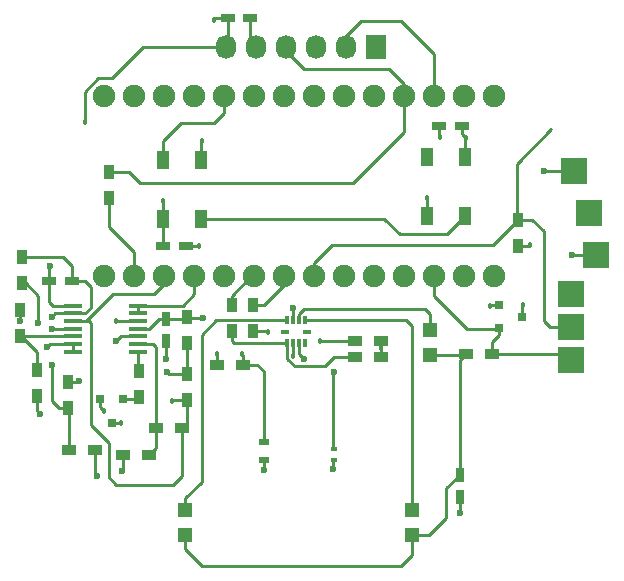
<source format=gbr>
G04 #@! TF.FileFunction,Copper,L1,Top,Signal*
%FSLAX46Y46*%
G04 Gerber Fmt 4.6, Leading zero omitted, Abs format (unit mm)*
G04 Created by KiCad (PCBNEW 4.0.2-stable) date 7/7/2016 4:53:18 PM*
%MOMM*%
G01*
G04 APERTURE LIST*
%ADD10C,0.100000*%
%ADD11C,1.900000*%
%ADD12R,0.750000X1.200000*%
%ADD13R,1.200000X0.750000*%
%ADD14R,1.200000X0.900000*%
%ADD15R,0.600000X0.400000*%
%ADD16R,0.900000X1.200000*%
%ADD17R,0.300000X0.800000*%
%ADD18R,0.800000X0.300000*%
%ADD19R,1.500000X0.300000*%
%ADD20R,1.198880X1.198880*%
%ADD21R,2.235200X2.235200*%
%ADD22R,0.900000X0.500000*%
%ADD23R,1.727200X2.032000*%
%ADD24O,1.727200X2.032000*%
%ADD25R,0.800100X0.800100*%
%ADD26R,1.000000X1.600000*%
%ADD27C,0.457200*%
%ADD28C,0.600000*%
%ADD29C,0.254000*%
%ADD30C,0.250000*%
G04 APERTURE END LIST*
D10*
D11*
X162560000Y-76200000D03*
X160020000Y-76200000D03*
X157480000Y-76200000D03*
X154940000Y-76200000D03*
X152400000Y-76200000D03*
X149860000Y-76200000D03*
X147320000Y-76200000D03*
X144780000Y-76200000D03*
X142240000Y-76200000D03*
X139700000Y-76200000D03*
X137160000Y-76200000D03*
X134620000Y-76200000D03*
X132080000Y-76200000D03*
X132080000Y-91440000D03*
X134620000Y-91440000D03*
X137160000Y-91440000D03*
X139700000Y-91440000D03*
X142240000Y-91440000D03*
X144780000Y-91440000D03*
X147320000Y-91440000D03*
X149860000Y-91440000D03*
X152400000Y-91440000D03*
X154940000Y-91440000D03*
X157480000Y-91440000D03*
X160020000Y-91440000D03*
X162560000Y-91440000D03*
X165100000Y-91440000D03*
X165100000Y-76200000D03*
D12*
X137287000Y-95062000D03*
X137287000Y-96962000D03*
D13*
X127447000Y-91821000D03*
X129347000Y-91821000D03*
D12*
X162179000Y-110170000D03*
X162179000Y-108270000D03*
D14*
X141648000Y-98933000D03*
X143848000Y-98933000D03*
X138641000Y-104267000D03*
X136441000Y-104267000D03*
X135847000Y-106553000D03*
X133647000Y-106553000D03*
D15*
X151511000Y-106103000D03*
X151511000Y-107003000D03*
D16*
X139065000Y-101938000D03*
X139065000Y-99738000D03*
X139065000Y-94912000D03*
X139065000Y-97112000D03*
X135001000Y-101684000D03*
X135001000Y-99484000D03*
X124968000Y-94277000D03*
X124968000Y-96477000D03*
X126365000Y-99357000D03*
X126365000Y-101557000D03*
X125095000Y-92032000D03*
X125095000Y-89832000D03*
X129032000Y-102573000D03*
X129032000Y-100373000D03*
D14*
X131275000Y-106172000D03*
X129075000Y-106172000D03*
X164930000Y-98044000D03*
X162730000Y-98044000D03*
D17*
X148086000Y-95189000D03*
X147586000Y-95189000D03*
X147586000Y-97089000D03*
X148586000Y-97089000D03*
X149086000Y-95189000D03*
X148586000Y-95189000D03*
X148086000Y-97089000D03*
X149086000Y-97089000D03*
D18*
X147386000Y-96139000D03*
X149286000Y-96139000D03*
D19*
X129457000Y-95885000D03*
X129457000Y-96535000D03*
X129457000Y-97185000D03*
X129457000Y-97835000D03*
X129457000Y-95235000D03*
X129457000Y-94585000D03*
X129457000Y-93935000D03*
X134957000Y-95885000D03*
X134957000Y-95235000D03*
X134957000Y-94585000D03*
X134957000Y-93935000D03*
X134957000Y-96535000D03*
X134957000Y-97185000D03*
X134957000Y-97835000D03*
D20*
X138938000Y-113317020D03*
X138938000Y-111218980D03*
X159639000Y-98077020D03*
X159639000Y-95978980D03*
X158115000Y-113317020D03*
X158115000Y-111218980D03*
D21*
X171831000Y-82550000D03*
X173101000Y-86106000D03*
X173736000Y-89662000D03*
X171577000Y-95758000D03*
D22*
X145605500Y-105485500D03*
X145605500Y-106985500D03*
D13*
X142560000Y-69596000D03*
X144460000Y-69596000D03*
D23*
X155067000Y-72009000D03*
D24*
X152527000Y-72009000D03*
X149987000Y-72009000D03*
X147447000Y-72009000D03*
X144907000Y-72009000D03*
X142367000Y-72009000D03*
D21*
X171577000Y-98552000D03*
X171577000Y-92964000D03*
D16*
X142875000Y-96096000D03*
X142875000Y-93896000D03*
X144653000Y-96096000D03*
X144653000Y-93896000D03*
D14*
X153332000Y-98298000D03*
X155532000Y-98298000D03*
X153332000Y-96901000D03*
X155532000Y-96901000D03*
D16*
X132461000Y-82593000D03*
X132461000Y-84793000D03*
X167132000Y-88857000D03*
X167132000Y-86657000D03*
D25*
X165496240Y-93919000D03*
X165496240Y-95819000D03*
X167495220Y-94869000D03*
D13*
X137099000Y-88900000D03*
X138999000Y-88900000D03*
X162367000Y-78740000D03*
X160467000Y-78740000D03*
D26*
X140284000Y-81574000D03*
X137084000Y-81574000D03*
X140284000Y-86574000D03*
X137084000Y-86574000D03*
X159436000Y-86320000D03*
X162636000Y-86320000D03*
X159436000Y-81320000D03*
X162636000Y-81320000D03*
D25*
X133665000Y-101869240D03*
X131765000Y-101869240D03*
X132715000Y-103868220D03*
D27*
X133477000Y-103886000D03*
X167513000Y-93853000D03*
X130429000Y-78359000D03*
X141605000Y-98044000D03*
X162687000Y-79756000D03*
X141351000Y-69723000D03*
X137033000Y-85090000D03*
D28*
X124968000Y-95250000D03*
X169291000Y-82550000D03*
X140462000Y-94996000D03*
D27*
X164719000Y-93980000D03*
X160528000Y-79629000D03*
X140081000Y-88900000D03*
X168148000Y-88773000D03*
X159385000Y-84836000D03*
X140335000Y-80010000D03*
D28*
X145605500Y-107886500D03*
X162179000Y-111506000D03*
X148082000Y-94107000D03*
X151447500Y-107759500D03*
X171704000Y-89662000D03*
X137287000Y-98425000D03*
X133604000Y-107950000D03*
X126619000Y-103124000D03*
X127635000Y-95885000D03*
X129921000Y-100330000D03*
X131445000Y-108331000D03*
X127635000Y-94869000D03*
D27*
X137795000Y-101981000D03*
X132080000Y-102870000D03*
X143764000Y-98044000D03*
X133096000Y-95250000D03*
D28*
X151511000Y-99568000D03*
X137414000Y-99568000D03*
X133096000Y-96901000D03*
X126492000Y-95377000D03*
X127254000Y-97409000D03*
X148971000Y-98425000D03*
D27*
X155532000Y-97536000D03*
D28*
X127508000Y-90551000D03*
X127635000Y-98933000D03*
D27*
X150368000Y-96901000D03*
X148082000Y-98171000D03*
X145923000Y-96139000D03*
D29*
X132715000Y-103868220D02*
X133459220Y-103868220D01*
X133459220Y-103868220D02*
X133477000Y-103886000D01*
X167495220Y-94869000D02*
X167495220Y-93870780D01*
X167495220Y-93870780D02*
X167513000Y-93853000D01*
X140335000Y-72009000D02*
X135382000Y-72009000D01*
X135382000Y-72009000D02*
X132715000Y-74676000D01*
X132715000Y-74676000D02*
X131572000Y-74676000D01*
X131572000Y-74676000D02*
X130429000Y-75819000D01*
X130429000Y-75819000D02*
X130429000Y-78359000D01*
X142367000Y-72009000D02*
X140335000Y-72009000D01*
X141648000Y-98933000D02*
X141648000Y-98087000D01*
X141648000Y-98087000D02*
X141605000Y-98044000D01*
X162367000Y-78740000D02*
X162367000Y-79436000D01*
X162636000Y-79807000D02*
X162687000Y-79756000D01*
X162636000Y-79807000D02*
X162636000Y-81320000D01*
X162367000Y-79436000D02*
X162687000Y-79756000D01*
X137099000Y-88900000D02*
X137099000Y-86589000D01*
X137099000Y-86589000D02*
X137084000Y-86574000D01*
X142560000Y-69596000D02*
X141478000Y-69596000D01*
X141478000Y-69596000D02*
X141351000Y-69723000D01*
X137084000Y-86574000D02*
X137084000Y-85141000D01*
X137084000Y-85141000D02*
X137033000Y-85090000D01*
X142560000Y-69596000D02*
X142560000Y-71816000D01*
X142560000Y-71816000D02*
X142367000Y-72009000D01*
X134957000Y-95885000D02*
X135890000Y-95885000D01*
X136713000Y-95062000D02*
X137287000Y-95062000D01*
X135890000Y-95885000D02*
X136713000Y-95062000D01*
D30*
X124968000Y-94277000D02*
X124968000Y-95250000D01*
X171831000Y-82550000D02*
X169291000Y-82550000D01*
X137287000Y-95062000D02*
X138915000Y-95062000D01*
X138915000Y-95062000D02*
X138981000Y-94996000D01*
X138981000Y-94996000D02*
X140462000Y-94996000D01*
D29*
X165496240Y-93919000D02*
X164780000Y-93919000D01*
X164780000Y-93919000D02*
X164719000Y-93980000D01*
X160467000Y-78740000D02*
X160467000Y-79568000D01*
X160467000Y-79568000D02*
X160528000Y-79629000D01*
X138999000Y-88900000D02*
X140081000Y-88900000D01*
X167132000Y-88857000D02*
X168064000Y-88857000D01*
X168064000Y-88857000D02*
X168148000Y-88773000D01*
X159436000Y-86320000D02*
X159436000Y-84887000D01*
X159436000Y-84887000D02*
X159385000Y-84836000D01*
X140284000Y-81574000D02*
X140284000Y-80061000D01*
X140284000Y-80061000D02*
X140335000Y-80010000D01*
X144460000Y-69596000D02*
X144460000Y-71562000D01*
X144460000Y-71562000D02*
X144907000Y-72009000D01*
D30*
X145605500Y-107066500D02*
X145605500Y-107886500D01*
X162179000Y-110170000D02*
X162179000Y-111506000D01*
X148086000Y-95189000D02*
X148086000Y-94111000D01*
X148086000Y-94111000D02*
X148082000Y-94107000D01*
X151447500Y-106939500D02*
X151447500Y-107759500D01*
X173863000Y-89662000D02*
X171704000Y-89662000D01*
X137287000Y-96962000D02*
X137287000Y-98425000D01*
X133647000Y-106553000D02*
X133647000Y-107907000D01*
X133647000Y-107907000D02*
X133604000Y-107950000D01*
X126365000Y-101557000D02*
X126365000Y-102870000D01*
X126365000Y-102870000D02*
X126619000Y-103124000D01*
X129457000Y-95885000D02*
X127635000Y-95885000D01*
D29*
X132461000Y-84793000D02*
X132461000Y-87249000D01*
X134620000Y-89408000D02*
X134620000Y-91440000D01*
X132461000Y-87249000D02*
X134620000Y-89408000D01*
D30*
X129032000Y-100373000D02*
X129878000Y-100373000D01*
X129878000Y-100373000D02*
X129921000Y-100330000D01*
X129457000Y-94585000D02*
X127919000Y-94585000D01*
X131275000Y-108161000D02*
X131275000Y-106172000D01*
X131445000Y-108331000D02*
X131275000Y-108161000D01*
X127919000Y-94585000D02*
X127635000Y-94869000D01*
X130937000Y-92456000D02*
X130937000Y-92329000D01*
X130459000Y-94585000D02*
X130937000Y-94107000D01*
X130937000Y-94107000D02*
X130937000Y-92456000D01*
X129457000Y-94585000D02*
X130459000Y-94585000D01*
X130429000Y-91821000D02*
X129347000Y-91821000D01*
X130937000Y-92329000D02*
X130429000Y-91821000D01*
X125095000Y-89832000D02*
X128567000Y-89832000D01*
X129347000Y-90612000D02*
X129347000Y-91821000D01*
X128567000Y-89832000D02*
X129347000Y-90612000D01*
X162179000Y-108270000D02*
X162179000Y-98595000D01*
X162179000Y-98595000D02*
X162730000Y-98044000D01*
X158115000Y-113317020D02*
X159605980Y-113317020D01*
X161036000Y-109413000D02*
X162179000Y-108270000D01*
X161036000Y-111887000D02*
X161036000Y-109413000D01*
X159605980Y-113317020D02*
X161036000Y-111887000D01*
X138938000Y-113317020D02*
X138938000Y-114554000D01*
X158115000Y-115062000D02*
X158115000Y-113317020D01*
X157226000Y-115951000D02*
X158115000Y-115062000D01*
X140335000Y-115951000D02*
X157226000Y-115951000D01*
X138938000Y-114554000D02*
X140335000Y-115951000D01*
X159639000Y-98077020D02*
X162696980Y-98077020D01*
X162696980Y-98077020D02*
X162730000Y-98044000D01*
D29*
X140335000Y-97155000D02*
X140335000Y-96393000D01*
D30*
X138938000Y-110236000D02*
X140335000Y-108839000D01*
X140335000Y-108839000D02*
X140335000Y-97155000D01*
X138938000Y-111218980D02*
X138938000Y-110236000D01*
D29*
X141539000Y-95189000D02*
X147586000Y-95189000D01*
X140335000Y-96393000D02*
X141539000Y-95189000D01*
D30*
X147005000Y-95189000D02*
X147586000Y-95189000D01*
X148586000Y-95189000D02*
X148586000Y-94619000D01*
X159639000Y-94615000D02*
X159639000Y-95978980D01*
X159258000Y-94234000D02*
X159639000Y-94615000D01*
X148971000Y-94234000D02*
X159258000Y-94234000D01*
X148586000Y-94619000D02*
X148971000Y-94234000D01*
D29*
X149086000Y-95189000D02*
X157673000Y-95189000D01*
X158115000Y-95631000D02*
X158115000Y-111218980D01*
X157673000Y-95189000D02*
X158115000Y-95631000D01*
D30*
X158115000Y-111218980D02*
X158115000Y-111218980D01*
D29*
X131765000Y-101869240D02*
X131765000Y-102555000D01*
X137838000Y-101938000D02*
X139065000Y-101938000D01*
X137795000Y-101981000D02*
X137838000Y-101938000D01*
X131765000Y-102555000D02*
X132080000Y-102870000D01*
D30*
X131003000Y-103609140D02*
X131003000Y-104079000D01*
X138641000Y-108374000D02*
X138641000Y-104267000D01*
X137922000Y-109093000D02*
X138641000Y-108374000D01*
X133096000Y-109093000D02*
X137922000Y-109093000D01*
X132461000Y-108458000D02*
X133096000Y-109093000D01*
X132461000Y-105537000D02*
X132461000Y-108458000D01*
X132207000Y-105283000D02*
X132461000Y-105537000D01*
X132207000Y-105283000D02*
X132207000Y-105283000D01*
X131003000Y-104079000D02*
X132207000Y-105283000D01*
X137160000Y-91440000D02*
X137160000Y-92075000D01*
X137160000Y-92075000D02*
X136271000Y-92964000D01*
X136271000Y-92964000D02*
X132842000Y-92964000D01*
X132842000Y-92964000D02*
X130571000Y-95235000D01*
X129457000Y-95235000D02*
X130571000Y-95235000D01*
X130571000Y-95235000D02*
X130795000Y-95235000D01*
X131003000Y-95443000D02*
X131003000Y-103609140D01*
X130795000Y-95235000D02*
X131003000Y-95443000D01*
X139065000Y-101938000D02*
X139065000Y-103843000D01*
X139065000Y-103843000D02*
X138641000Y-104267000D01*
D29*
X143848000Y-98933000D02*
X143848000Y-98128000D01*
X143764000Y-98044000D02*
X143848000Y-98128000D01*
X134957000Y-95235000D02*
X133111000Y-95235000D01*
X133111000Y-95235000D02*
X133096000Y-95250000D01*
X143848000Y-98933000D02*
X145034000Y-98933000D01*
X145034000Y-98933000D02*
X145605500Y-99504500D01*
X145605500Y-99504500D02*
X145605500Y-105485500D01*
D30*
X136441000Y-104267000D02*
X136441000Y-97452000D01*
X136174000Y-97185000D02*
X134957000Y-97185000D01*
X136441000Y-97452000D02*
X136174000Y-97185000D01*
X136441000Y-104267000D02*
X136441000Y-105959000D01*
X136441000Y-105959000D02*
X135847000Y-106553000D01*
X151447500Y-99631500D02*
X151447500Y-106039500D01*
X151511000Y-99568000D02*
X151447500Y-99631500D01*
X134957000Y-96535000D02*
X133462000Y-96535000D01*
X137584000Y-99738000D02*
X139065000Y-99738000D01*
X137414000Y-99568000D02*
X137584000Y-99738000D01*
X133462000Y-96535000D02*
X133096000Y-96901000D01*
X139065000Y-97112000D02*
X139065000Y-99738000D01*
X134957000Y-97835000D02*
X134957000Y-99440000D01*
X134957000Y-99440000D02*
X135001000Y-99484000D01*
X129457000Y-96535000D02*
X125026000Y-96535000D01*
X125026000Y-96535000D02*
X126365000Y-97874000D01*
X126365000Y-97874000D02*
X126365000Y-99357000D01*
X129457000Y-97185000D02*
X127478000Y-97185000D01*
X126492000Y-93091000D02*
X126492000Y-95377000D01*
X126492000Y-93091000D02*
X125433000Y-92032000D01*
X127478000Y-97185000D02*
X127254000Y-97409000D01*
X129457000Y-97185000D02*
X129457000Y-97835000D01*
X125095000Y-92032000D02*
X125433000Y-92032000D01*
X148586000Y-98040000D02*
X148971000Y-98425000D01*
X148586000Y-97089000D02*
X148586000Y-98040000D01*
D29*
X165430240Y-95885000D02*
X164211000Y-95885000D01*
D30*
X160020000Y-93091000D02*
X162814000Y-95885000D01*
X162814000Y-95885000D02*
X164211000Y-95885000D01*
X160020000Y-93091000D02*
X160020000Y-91440000D01*
D29*
X165430240Y-95885000D02*
X165496240Y-95819000D01*
X155532000Y-98298000D02*
X155532000Y-97536000D01*
X155532000Y-97536000D02*
X155532000Y-96901000D01*
X165496240Y-95819000D02*
X165496240Y-96418760D01*
X165496240Y-96418760D02*
X164930000Y-96985000D01*
X164930000Y-98044000D02*
X171069000Y-98044000D01*
X171069000Y-98044000D02*
X171577000Y-98552000D01*
D30*
X164930000Y-96985000D02*
X164930000Y-98044000D01*
D29*
X144780000Y-91440000D02*
X144526000Y-91440000D01*
X144526000Y-91440000D02*
X142875000Y-93091000D01*
X142875000Y-93091000D02*
X142875000Y-93896000D01*
X144653000Y-91567000D02*
X144780000Y-91440000D01*
X147320000Y-91440000D02*
X147320000Y-92202000D01*
X147320000Y-92202000D02*
X145626000Y-93896000D01*
X145626000Y-93896000D02*
X144653000Y-93896000D01*
D30*
X134957000Y-94585000D02*
X134957000Y-93935000D01*
X139700000Y-91440000D02*
X139700000Y-92964000D01*
X138729000Y-93935000D02*
X135607000Y-93935000D01*
X139700000Y-92964000D02*
X138729000Y-93935000D01*
X135607000Y-93935000D02*
X134957000Y-93935000D01*
X129032000Y-102573000D02*
X128227000Y-102573000D01*
X127447000Y-90612000D02*
X127447000Y-91821000D01*
X127508000Y-90551000D02*
X127447000Y-90612000D01*
X127635000Y-101981000D02*
X127635000Y-98933000D01*
X128227000Y-102573000D02*
X127635000Y-101981000D01*
X129075000Y-106172000D02*
X129075000Y-102616000D01*
X129075000Y-102616000D02*
X129032000Y-102573000D01*
X129457000Y-93935000D02*
X127717000Y-93935000D01*
X127717000Y-93935000D02*
X127447000Y-93665000D01*
X127447000Y-93665000D02*
X127447000Y-91821000D01*
D29*
X171577000Y-95758000D02*
X169799000Y-95758000D01*
X168318000Y-86657000D02*
X167132000Y-86657000D01*
X169291000Y-87630000D02*
X168318000Y-86657000D01*
X169291000Y-95250000D02*
X169291000Y-87630000D01*
X169799000Y-95758000D02*
X169291000Y-95250000D01*
X149860000Y-91440000D02*
X149860000Y-90297000D01*
X165016000Y-88773000D02*
X167005000Y-86784000D01*
X151384000Y-88773000D02*
X165016000Y-88773000D01*
X149860000Y-90297000D02*
X151384000Y-88773000D01*
X167005000Y-86784000D02*
X167005000Y-81915000D01*
X167005000Y-81915000D02*
X169926000Y-78994000D01*
X152527000Y-72009000D02*
X152527000Y-71120000D01*
X152527000Y-71120000D02*
X153797000Y-69850000D01*
X153797000Y-69850000D02*
X157226000Y-69850000D01*
X157226000Y-69850000D02*
X160020000Y-72644000D01*
X160020000Y-72644000D02*
X160020000Y-76200000D01*
X132461000Y-82593000D02*
X134155000Y-82593000D01*
X157480000Y-79248000D02*
X157480000Y-76200000D01*
X153162000Y-83566000D02*
X157480000Y-79248000D01*
X135128000Y-83566000D02*
X153162000Y-83566000D01*
X134155000Y-82593000D02*
X135128000Y-83566000D01*
X147447000Y-72009000D02*
X147447000Y-72390000D01*
X147447000Y-72390000D02*
X148971000Y-73914000D01*
X148971000Y-73914000D02*
X156210000Y-73914000D01*
X156210000Y-73914000D02*
X157480000Y-75184000D01*
X157480000Y-75184000D02*
X157480000Y-76200000D01*
X153332000Y-98298000D02*
X151511000Y-98298000D01*
X147586000Y-98437000D02*
X147586000Y-97089000D01*
X148209000Y-99060000D02*
X147586000Y-98437000D01*
X150749000Y-99060000D02*
X148209000Y-99060000D01*
X151511000Y-98298000D02*
X150749000Y-99060000D01*
X142875000Y-96096000D02*
X142875000Y-96901000D01*
X143063000Y-97089000D02*
X147586000Y-97089000D01*
X142875000Y-96901000D02*
X143063000Y-97089000D01*
X153332000Y-96901000D02*
X150368000Y-96901000D01*
X144653000Y-96096000D02*
X145880000Y-96096000D01*
X148086000Y-98167000D02*
X148086000Y-97089000D01*
X148082000Y-98171000D02*
X148086000Y-98167000D01*
X145880000Y-96096000D02*
X145923000Y-96139000D01*
X137084000Y-81574000D02*
X137084000Y-79959000D01*
X142240000Y-77597000D02*
X142240000Y-76200000D01*
X141351000Y-78486000D02*
X142240000Y-77597000D01*
X138557000Y-78486000D02*
X141351000Y-78486000D01*
X137084000Y-79959000D02*
X138557000Y-78486000D01*
X140284000Y-86574000D02*
X155789000Y-86574000D01*
X161072000Y-87884000D02*
X162636000Y-86320000D01*
X157099000Y-87884000D02*
X161072000Y-87884000D01*
X155789000Y-86574000D02*
X157099000Y-87884000D01*
X133665000Y-101869240D02*
X134815760Y-101869240D01*
X134815760Y-101869240D02*
X135001000Y-101684000D01*
M02*

</source>
